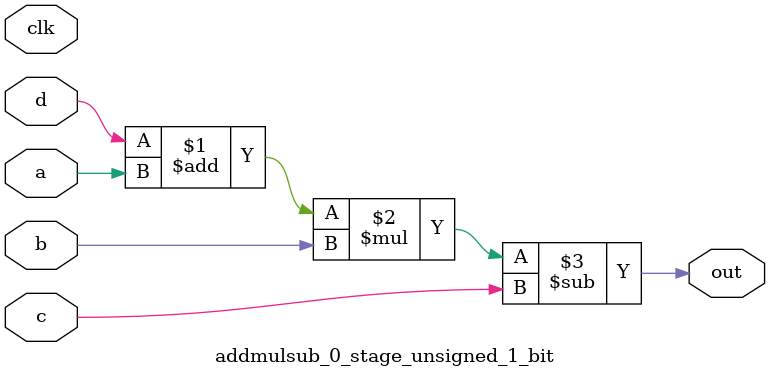
<source format=sv>
(* use_dsp = "yes" *) module addmulsub_0_stage_unsigned_1_bit(
	input  [0:0] a,
	input  [0:0] b,
	input  [0:0] c,
	input  [0:0] d,
	output [0:0] out,
	input clk);

	assign out = ((d + a) * b) - c;
endmodule

</source>
